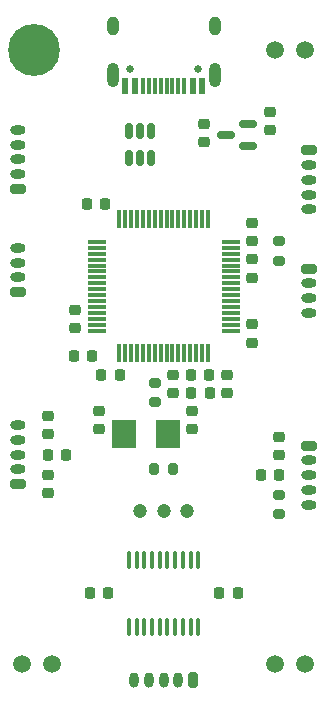
<source format=gbr>
%TF.GenerationSoftware,KiCad,Pcbnew,(6.0.9)*%
%TF.CreationDate,2022-12-02T14:17:00-08:00*%
%TF.ProjectId,controller,636f6e74-726f-46c6-9c65-722e6b696361,1*%
%TF.SameCoordinates,Original*%
%TF.FileFunction,Soldermask,Top*%
%TF.FilePolarity,Negative*%
%FSLAX46Y46*%
G04 Gerber Fmt 4.6, Leading zero omitted, Abs format (unit mm)*
G04 Created by KiCad (PCBNEW (6.0.9)) date 2022-12-02 14:17:00*
%MOMM*%
%LPD*%
G01*
G04 APERTURE LIST*
G04 Aperture macros list*
%AMRoundRect*
0 Rectangle with rounded corners*
0 $1 Rounding radius*
0 $2 $3 $4 $5 $6 $7 $8 $9 X,Y pos of 4 corners*
0 Add a 4 corners polygon primitive as box body*
4,1,4,$2,$3,$4,$5,$6,$7,$8,$9,$2,$3,0*
0 Add four circle primitives for the rounded corners*
1,1,$1+$1,$2,$3*
1,1,$1+$1,$4,$5*
1,1,$1+$1,$6,$7*
1,1,$1+$1,$8,$9*
0 Add four rect primitives between the rounded corners*
20,1,$1+$1,$2,$3,$4,$5,0*
20,1,$1+$1,$4,$5,$6,$7,0*
20,1,$1+$1,$6,$7,$8,$9,0*
20,1,$1+$1,$8,$9,$2,$3,0*%
G04 Aperture macros list end*
%ADD10RoundRect,0.225000X0.225000X0.250000X-0.225000X0.250000X-0.225000X-0.250000X0.225000X-0.250000X0*%
%ADD11RoundRect,0.200000X-0.450000X0.200000X-0.450000X-0.200000X0.450000X-0.200000X0.450000X0.200000X0*%
%ADD12O,1.300000X0.800000*%
%ADD13RoundRect,0.200000X0.450000X-0.200000X0.450000X0.200000X-0.450000X0.200000X-0.450000X-0.200000X0*%
%ADD14RoundRect,0.225000X0.250000X-0.225000X0.250000X0.225000X-0.250000X0.225000X-0.250000X-0.225000X0*%
%ADD15RoundRect,0.150000X-0.150000X0.512500X-0.150000X-0.512500X0.150000X-0.512500X0.150000X0.512500X0*%
%ADD16RoundRect,0.218750X0.218750X0.256250X-0.218750X0.256250X-0.218750X-0.256250X0.218750X-0.256250X0*%
%ADD17RoundRect,0.225000X-0.225000X-0.250000X0.225000X-0.250000X0.225000X0.250000X-0.225000X0.250000X0*%
%ADD18RoundRect,0.225000X-0.250000X0.225000X-0.250000X-0.225000X0.250000X-0.225000X0.250000X0.225000X0*%
%ADD19RoundRect,0.200000X0.275000X-0.200000X0.275000X0.200000X-0.275000X0.200000X-0.275000X-0.200000X0*%
%ADD20RoundRect,0.200000X0.200000X0.450000X-0.200000X0.450000X-0.200000X-0.450000X0.200000X-0.450000X0*%
%ADD21O,0.800000X1.300000*%
%ADD22C,0.650000*%
%ADD23R,0.600000X1.450000*%
%ADD24R,0.300000X1.450000*%
%ADD25O,1.000000X2.100000*%
%ADD26O,1.000000X1.600000*%
%ADD27C,1.200000*%
%ADD28RoundRect,0.200000X0.200000X0.275000X-0.200000X0.275000X-0.200000X-0.275000X0.200000X-0.275000X0*%
%ADD29C,1.500000*%
%ADD30RoundRect,0.150000X0.587500X0.150000X-0.587500X0.150000X-0.587500X-0.150000X0.587500X-0.150000X0*%
%ADD31RoundRect,0.200000X-0.275000X0.200000X-0.275000X-0.200000X0.275000X-0.200000X0.275000X0.200000X0*%
%ADD32RoundRect,0.075000X0.075000X-0.700000X0.075000X0.700000X-0.075000X0.700000X-0.075000X-0.700000X0*%
%ADD33RoundRect,0.075000X0.700000X-0.075000X0.700000X0.075000X-0.700000X0.075000X-0.700000X-0.075000X0*%
%ADD34RoundRect,0.100000X-0.100000X0.637500X-0.100000X-0.637500X0.100000X-0.637500X0.100000X0.637500X0*%
%ADD35R,2.000000X2.400000*%
%ADD36C,4.400000*%
G04 APERTURE END LIST*
D10*
%TO.C,C7*%
X120028000Y-87000000D03*
X118478000Y-87000000D03*
%TD*%
D11*
%TO.C,J6*%
X137300000Y-92500000D03*
D12*
X137300000Y-93750000D03*
X137300000Y-95000000D03*
X137300000Y-96250000D03*
%TD*%
D13*
%TO.C,J7*%
X112700000Y-85750000D03*
D12*
X112700000Y-84500000D03*
X112700000Y-83250000D03*
X112700000Y-82000000D03*
X112700000Y-80750000D03*
%TD*%
D14*
%TO.C,C8*%
X117500000Y-97525000D03*
X117500000Y-95975000D03*
%TD*%
D15*
%TO.C,U3*%
X123950000Y-80862500D03*
X123000000Y-80862500D03*
X122050000Y-80862500D03*
X122050000Y-83137500D03*
X123000000Y-83137500D03*
X123950000Y-83137500D03*
%TD*%
D16*
%TO.C,FB1*%
X128887500Y-103000000D03*
X127312500Y-103000000D03*
%TD*%
D17*
%TO.C,C18*%
X115225000Y-108250000D03*
X116775000Y-108250000D03*
%TD*%
D14*
%TO.C,C17*%
X115250000Y-106525000D03*
X115250000Y-104975000D03*
%TD*%
D18*
%TO.C,C13*%
X132500000Y-91725000D03*
X132500000Y-93275000D03*
%TD*%
D17*
%TO.C,C10*%
X127325000Y-101500000D03*
X128875000Y-101500000D03*
%TD*%
D19*
%TO.C,R4*%
X134750000Y-113325000D03*
X134750000Y-111675000D03*
%TD*%
D10*
%TO.C,C3*%
X118975000Y-99900000D03*
X117425000Y-99900000D03*
%TD*%
D20*
%TO.C,J4*%
X127500000Y-127300000D03*
D21*
X126250000Y-127300000D03*
X125000000Y-127300000D03*
X123750000Y-127300000D03*
X122500000Y-127300000D03*
%TD*%
D10*
%TO.C,C15*%
X120275000Y-120000000D03*
X118725000Y-120000000D03*
%TD*%
D22*
%TO.C,J2*%
X122110000Y-75600000D03*
X127890000Y-75600000D03*
D23*
X128250000Y-77045000D03*
X127450000Y-77045000D03*
D24*
X126250000Y-77045000D03*
X125250000Y-77045000D03*
X124750000Y-77045000D03*
X123750000Y-77045000D03*
D23*
X122550000Y-77045000D03*
X121750000Y-77045000D03*
X121750000Y-77045000D03*
X122550000Y-77045000D03*
D24*
X123250000Y-77045000D03*
X124250000Y-77045000D03*
X125750000Y-77045000D03*
X126750000Y-77045000D03*
D23*
X127450000Y-77045000D03*
X128250000Y-77045000D03*
D25*
X129320000Y-76130000D03*
D26*
X120680000Y-71950000D03*
X129320000Y-71950000D03*
D25*
X120680000Y-76130000D03*
%TD*%
D27*
%TO.C,SW1*%
X127000000Y-113000000D03*
X125000000Y-113000000D03*
X123000000Y-113000000D03*
%TD*%
D17*
%TO.C,C16*%
X129725000Y-120000000D03*
X131275000Y-120000000D03*
%TD*%
D18*
%TO.C,C19*%
X115250000Y-109975000D03*
X115250000Y-111525000D03*
%TD*%
D28*
%TO.C,R2*%
X125825000Y-109500000D03*
X124175000Y-109500000D03*
%TD*%
D29*
%TO.C,J11*%
X134450000Y-126000000D03*
X136950000Y-126000000D03*
%TD*%
D30*
%TO.C,U1*%
X132137500Y-82150000D03*
X132137500Y-80250000D03*
X130262500Y-81200000D03*
%TD*%
D31*
%TO.C,R3*%
X134750000Y-90175000D03*
X134750000Y-91825000D03*
%TD*%
D32*
%TO.C,U2*%
X121250000Y-99675000D03*
X121750000Y-99675000D03*
X122250000Y-99675000D03*
X122750000Y-99675000D03*
X123250000Y-99675000D03*
X123750000Y-99675000D03*
X124250000Y-99675000D03*
X124750000Y-99675000D03*
X125250000Y-99675000D03*
X125750000Y-99675000D03*
X126250000Y-99675000D03*
X126750000Y-99675000D03*
X127250000Y-99675000D03*
X127750000Y-99675000D03*
X128250000Y-99675000D03*
X128750000Y-99675000D03*
D33*
X130675000Y-97750000D03*
X130675000Y-97250000D03*
X130675000Y-96750000D03*
X130675000Y-96250000D03*
X130675000Y-95750000D03*
X130675000Y-95250000D03*
X130675000Y-94750000D03*
X130675000Y-94250000D03*
X130675000Y-93750000D03*
X130675000Y-93250000D03*
X130675000Y-92750000D03*
X130675000Y-92250000D03*
X130675000Y-91750000D03*
X130675000Y-91250000D03*
X130675000Y-90750000D03*
X130675000Y-90250000D03*
D32*
X128750000Y-88325000D03*
X128250000Y-88325000D03*
X127750000Y-88325000D03*
X127250000Y-88325000D03*
X126750000Y-88325000D03*
X126250000Y-88325000D03*
X125750000Y-88325000D03*
X125250000Y-88325000D03*
X124750000Y-88325000D03*
X124250000Y-88325000D03*
X123750000Y-88325000D03*
X123250000Y-88325000D03*
X122750000Y-88325000D03*
X122250000Y-88325000D03*
X121750000Y-88325000D03*
X121250000Y-88325000D03*
D33*
X119325000Y-90250000D03*
X119325000Y-90750000D03*
X119325000Y-91250000D03*
X119325000Y-91750000D03*
X119325000Y-92250000D03*
X119325000Y-92750000D03*
X119325000Y-93250000D03*
X119325000Y-93750000D03*
X119325000Y-94250000D03*
X119325000Y-94750000D03*
X119325000Y-95250000D03*
X119325000Y-95750000D03*
X119325000Y-96250000D03*
X119325000Y-96750000D03*
X119325000Y-97250000D03*
X119325000Y-97750000D03*
%TD*%
D14*
%TO.C,C12*%
X127400000Y-106075000D03*
X127400000Y-104525000D03*
%TD*%
D18*
%TO.C,C5*%
X132500000Y-97225000D03*
X132500000Y-98775000D03*
%TD*%
D11*
%TO.C,J8*%
X137300000Y-82500000D03*
D12*
X137300000Y-83750000D03*
X137300000Y-85000000D03*
X137300000Y-86250000D03*
X137300000Y-87500000D03*
%TD*%
D18*
%TO.C,C14*%
X125800000Y-101475000D03*
X125800000Y-103025000D03*
%TD*%
D29*
%TO.C,J1*%
X136950000Y-74000000D03*
X134450000Y-74000000D03*
%TD*%
D13*
%TO.C,J5*%
X112700000Y-94500000D03*
D12*
X112700000Y-93250000D03*
X112700000Y-92000000D03*
X112700000Y-90750000D03*
%TD*%
D10*
%TO.C,C21*%
X134775000Y-110000000D03*
X133225000Y-110000000D03*
%TD*%
D18*
%TO.C,C2*%
X134000000Y-79225000D03*
X134000000Y-80775000D03*
%TD*%
D34*
%TO.C,U4*%
X127925000Y-117137500D03*
X127275000Y-117137500D03*
X126625000Y-117137500D03*
X125975000Y-117137500D03*
X125325000Y-117137500D03*
X124675000Y-117137500D03*
X124025000Y-117137500D03*
X123375000Y-117137500D03*
X122725000Y-117137500D03*
X122075000Y-117137500D03*
X122075000Y-122862500D03*
X122725000Y-122862500D03*
X123375000Y-122862500D03*
X124025000Y-122862500D03*
X124675000Y-122862500D03*
X125325000Y-122862500D03*
X125975000Y-122862500D03*
X126625000Y-122862500D03*
X127275000Y-122862500D03*
X127925000Y-122862500D03*
%TD*%
D18*
%TO.C,C1*%
X128400000Y-80225000D03*
X128400000Y-81775000D03*
%TD*%
D14*
%TO.C,C11*%
X119500000Y-106075000D03*
X119500000Y-104525000D03*
%TD*%
D31*
%TO.C,R1*%
X124250000Y-102175000D03*
X124250000Y-103825000D03*
%TD*%
D11*
%TO.C,J10*%
X137300000Y-107500000D03*
D12*
X137300000Y-108750000D03*
X137300000Y-110000000D03*
X137300000Y-111250000D03*
X137300000Y-112500000D03*
%TD*%
D13*
%TO.C,J9*%
X112700000Y-110750000D03*
D12*
X112700000Y-109500000D03*
X112700000Y-108250000D03*
X112700000Y-107000000D03*
X112700000Y-105750000D03*
%TD*%
D14*
%TO.C,C6*%
X132500000Y-90175000D03*
X132500000Y-88625000D03*
%TD*%
%TO.C,C20*%
X134750000Y-108275000D03*
X134750000Y-106725000D03*
%TD*%
D10*
%TO.C,C4*%
X121275000Y-101500000D03*
X119725000Y-101500000D03*
%TD*%
D35*
%TO.C,Y1*%
X121650000Y-106500000D03*
X125350000Y-106500000D03*
%TD*%
D36*
%TO.C,H1*%
X114000000Y-74000000D03*
%TD*%
D14*
%TO.C,C9*%
X130400000Y-103025000D03*
X130400000Y-101475000D03*
%TD*%
D29*
%TO.C,J3*%
X113050000Y-126000000D03*
X115550000Y-126000000D03*
%TD*%
M02*

</source>
